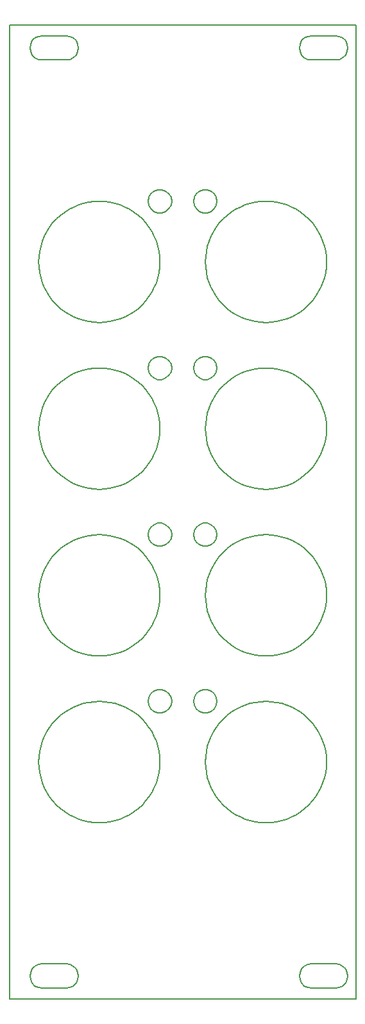
<source format=gbr>
G04 #@! TF.GenerationSoftware,KiCad,Pcbnew,5.0.2+dfsg1-1*
G04 #@! TF.CreationDate,2020-04-26T20:45:05+02:00*
G04 #@! TF.ProjectId,frontpanel,66726f6e-7470-4616-9e65-6c2e6b696361,rev?*
G04 #@! TF.SameCoordinates,Original*
G04 #@! TF.FileFunction,Profile,NP*
%FSLAX46Y46*%
G04 Gerber Fmt 4.6, Leading zero omitted, Abs format (unit mm)*
G04 Created by KiCad (PCBNEW 5.0.2+dfsg1-1) date Sun 26 Apr 2020 08:45:05 PM CEST*
%MOMM*%
%LPD*%
G01*
G04 APERTURE LIST*
%ADD10C,0.200000*%
G04 APERTURE END LIST*
D10*
X41377500Y-137493400D02*
X41110500Y-138138200D01*
X41587400Y-136827800D02*
X41377500Y-137493400D01*
X41738400Y-136146400D02*
X41587400Y-136827800D01*
X41829600Y-135454500D02*
X41738400Y-136146400D01*
X41860000Y-134757200D02*
X41829600Y-135454500D01*
X41829600Y-134060000D02*
X41860000Y-134757200D01*
X41738400Y-133368000D02*
X41829600Y-134060000D01*
X41587400Y-132686700D02*
X41738400Y-133368000D01*
X41377500Y-132021000D02*
X41587400Y-132686700D01*
X41110500Y-131376300D02*
X41377500Y-132021000D01*
X40788200Y-130757200D02*
X41110500Y-131376300D01*
X40413200Y-130168600D02*
X40788200Y-130757200D01*
X39988300Y-129614900D02*
X40413200Y-130168600D01*
X39516800Y-129100400D02*
X39988300Y-129614900D01*
X39002300Y-128628800D02*
X39516800Y-129100400D01*
X38448600Y-128204000D02*
X39002300Y-128628800D01*
X37860000Y-127829000D02*
X38448600Y-128204000D01*
X37240900Y-127506700D02*
X37860000Y-127829000D01*
X36596200Y-127239700D02*
X37240900Y-127506700D01*
X35930500Y-127029800D02*
X36596200Y-127239700D01*
X35249200Y-126878700D02*
X35930500Y-127029800D01*
X34557200Y-126787600D02*
X35249200Y-126878700D01*
X33860000Y-126757200D02*
X34557200Y-126787600D01*
X33162800Y-126787600D02*
X33860000Y-126757200D01*
X39365600Y-86029200D02*
X38919500Y-85801200D01*
X13249200Y-164635700D02*
X12557200Y-164726800D01*
X13930500Y-164484600D02*
X13249200Y-164635700D01*
X14596200Y-164274700D02*
X13930500Y-164484600D01*
X15240900Y-164007700D02*
X14596200Y-164274700D01*
X15860000Y-163685400D02*
X15240900Y-164007700D01*
X16448600Y-163310400D02*
X15860000Y-163685400D01*
X17002300Y-162885600D02*
X16448600Y-163310400D01*
X17516800Y-162414100D02*
X17002300Y-162885600D01*
X17988300Y-161899500D02*
X17516800Y-162414100D01*
X18413200Y-161345800D02*
X17988300Y-161899500D01*
X18788200Y-160757200D02*
X18413200Y-161345800D01*
X19110500Y-160138200D02*
X18788200Y-160757200D01*
X19377500Y-159493400D02*
X19110500Y-160138200D01*
X19587400Y-158827800D02*
X19377500Y-159493400D01*
X19738400Y-158146400D02*
X19587400Y-158827800D01*
X19829500Y-157454500D02*
X19738400Y-158146400D01*
X19860000Y-156757200D02*
X19829500Y-157454500D01*
X19829500Y-156060000D02*
X19860000Y-156757200D01*
X19738400Y-155368000D02*
X19829500Y-156060000D01*
X19587400Y-154686700D02*
X19738400Y-155368000D01*
X19377500Y-154021000D02*
X19587400Y-154686700D01*
X19110500Y-153376300D02*
X19377500Y-154021000D01*
X18788200Y-152757200D02*
X19110500Y-153376300D01*
X18413200Y-152168600D02*
X18788200Y-152757200D01*
X25085000Y-103415200D02*
X25590800Y-103231200D01*
X24672600Y-103761200D02*
X25085000Y-103415200D01*
X24403500Y-104227200D02*
X24672600Y-103761200D01*
X24310000Y-104757200D02*
X24403500Y-104227200D01*
X24403500Y-105287200D02*
X24310000Y-104757200D01*
X24672600Y-105753200D02*
X24403500Y-105287200D01*
X25085000Y-106099200D02*
X24672600Y-105753200D01*
X25590800Y-106283200D02*
X25085000Y-106099200D01*
X7500000Y-86107200D02*
X4299990Y-86107200D01*
X7994420Y-86029200D02*
X7500000Y-86107200D01*
X8440440Y-85801200D02*
X7994420Y-86029200D01*
X8794420Y-85447200D02*
X8440440Y-85801200D01*
X9021680Y-85001200D02*
X8794420Y-85447200D01*
X9099990Y-84507200D02*
X9021680Y-85001200D01*
X9021680Y-84013200D02*
X9099990Y-84507200D01*
X8794420Y-83567200D02*
X9021680Y-84013200D01*
X8440440Y-83213200D02*
X8794420Y-83567200D01*
X7994420Y-82985200D02*
X8440440Y-83213200D01*
X7500000Y-82907200D02*
X7994420Y-82985200D01*
X4299990Y-82907200D02*
X7500000Y-82907200D01*
X3805570Y-82985200D02*
X4299990Y-82907200D01*
X11162800Y-104787200D02*
X11860000Y-104757200D01*
X10470800Y-104879200D02*
X11162800Y-104787200D01*
X9789440Y-105030200D02*
X10470800Y-104879200D01*
X9123830Y-105239200D02*
X9789440Y-105030200D01*
X8479050Y-105507200D02*
X9123830Y-105239200D01*
X7859990Y-105829200D02*
X8479050Y-105507200D01*
X7271380Y-106204200D02*
X7859990Y-105829200D01*
X6717700Y-106629200D02*
X7271380Y-106204200D01*
X6203140Y-107100200D02*
X6717700Y-106629200D01*
X5731640Y-107615200D02*
X6203140Y-107100200D01*
X5306780Y-108168200D02*
X5731640Y-107615200D01*
X4931790Y-108757200D02*
X5306780Y-108168200D01*
X4609530Y-109376200D02*
X4931790Y-108757200D01*
X4342450Y-110021000D02*
X4609530Y-109376200D01*
X4132580Y-110686700D02*
X4342450Y-110021000D01*
X3981540Y-111368000D02*
X4132580Y-110686700D01*
X3890440Y-112060000D02*
X3981540Y-111368000D01*
X3859990Y-112757200D02*
X3890440Y-112060000D01*
X3890440Y-113454500D02*
X3859990Y-112757200D01*
X3981540Y-114146400D02*
X3890440Y-113454500D01*
X4132580Y-114827800D02*
X3981540Y-114146400D01*
X21047400Y-149753500D02*
X20635000Y-150099500D01*
X21316500Y-149287300D02*
X21047400Y-149753500D01*
X21410000Y-148757200D02*
X21316500Y-149287300D01*
X21316500Y-148227100D02*
X21410000Y-148757200D01*
X21047400Y-147760900D02*
X21316500Y-148227100D01*
X20635000Y-147414900D02*
X21047400Y-147760900D01*
X20129200Y-147230800D02*
X20635000Y-147414900D01*
X19590800Y-147230800D02*
X20129200Y-147230800D01*
X19085000Y-147414900D02*
X19590800Y-147230800D01*
X18672600Y-147760900D02*
X19085000Y-147414900D01*
X18403500Y-148227100D02*
X18672600Y-147760900D01*
X18310000Y-148757200D02*
X18403500Y-148227100D01*
X18403500Y-149287300D02*
X18310000Y-148757200D01*
X18672600Y-149753500D02*
X18403500Y-149287300D01*
X19085000Y-150099500D02*
X18672600Y-149753500D01*
X19590800Y-150283700D02*
X19085000Y-150099500D01*
X26129200Y-150283700D02*
X25590800Y-150283700D01*
X26635000Y-150099500D02*
X26129200Y-150283700D01*
X27047400Y-149753500D02*
X26635000Y-150099500D01*
X27316500Y-149287300D02*
X27047400Y-149753500D01*
X27410000Y-148757200D02*
X27316500Y-149287300D01*
X27316500Y-148227100D02*
X27410000Y-148757200D01*
X27047400Y-147760900D02*
X27316500Y-148227100D01*
X26635000Y-147414900D02*
X27047400Y-147760900D01*
X26342500Y-154021000D02*
X26609500Y-153376300D01*
X26132600Y-154686700D02*
X26342500Y-154021000D01*
X25981500Y-155368000D02*
X26132600Y-154686700D01*
X25890400Y-156060000D02*
X25981500Y-155368000D01*
X25860000Y-156757200D02*
X25890400Y-156060000D01*
X25890400Y-157454500D02*
X25860000Y-156757200D01*
X25981500Y-158146400D02*
X25890400Y-157454500D01*
X26132600Y-158827800D02*
X25981500Y-158146400D01*
X26342500Y-159493400D02*
X26132600Y-158827800D01*
X26609500Y-160138200D02*
X26342500Y-159493400D01*
X26931800Y-160757200D02*
X26609500Y-160138200D01*
X27306800Y-161345800D02*
X26931800Y-160757200D01*
X27731600Y-161899500D02*
X27306800Y-161345800D01*
X28203100Y-162414100D02*
X27731600Y-161899500D01*
X28717700Y-162885600D02*
X28203100Y-162414100D01*
X29271400Y-163310400D02*
X28717700Y-162885600D01*
X29860000Y-163685400D02*
X29271400Y-163310400D01*
X30479000Y-164007700D02*
X29860000Y-163685400D01*
X31123800Y-164274700D02*
X30479000Y-164007700D01*
X31789400Y-164484600D02*
X31123800Y-164274700D01*
X32470800Y-164635700D02*
X31789400Y-164484600D01*
X33162800Y-164726800D02*
X32470800Y-164635700D01*
X11860000Y-164757200D02*
X11162800Y-164726800D01*
X12557200Y-164726800D02*
X11860000Y-164757200D01*
X19738400Y-114146400D02*
X19587400Y-114827800D01*
X19829500Y-113454500D02*
X19738400Y-114146400D01*
X19860000Y-112757200D02*
X19829500Y-113454500D01*
X19829500Y-112060000D02*
X19860000Y-112757200D01*
X19738400Y-111368000D02*
X19829500Y-112060000D01*
X19587400Y-110686700D02*
X19738400Y-111368000D01*
X19377500Y-110021000D02*
X19587400Y-110686700D01*
X19110500Y-109376200D02*
X19377500Y-110021000D01*
X18788200Y-108757200D02*
X19110500Y-109376200D01*
X18413200Y-108168200D02*
X18788200Y-108757200D01*
X17988300Y-107615200D02*
X18413200Y-108168200D01*
X17516800Y-107100200D02*
X17988300Y-107615200D01*
X17002300Y-106629200D02*
X17516800Y-107100200D01*
X16448600Y-106204200D02*
X17002300Y-106629200D01*
X15860000Y-105829200D02*
X16448600Y-106204200D01*
X15240900Y-105507200D02*
X15860000Y-105829200D01*
X14596200Y-105239200D02*
X15240900Y-105507200D01*
X13930500Y-105030200D02*
X14596200Y-105239200D01*
X13249200Y-104879200D02*
X13930500Y-105030200D01*
X12557200Y-104787200D02*
X13249200Y-104879200D01*
X11860000Y-104757200D02*
X12557200Y-104787200D01*
X38565600Y-85447200D02*
X38338300Y-85001200D01*
X38338300Y-85001200D02*
X38260000Y-84507200D01*
X39365600Y-82985200D02*
X39860000Y-82907200D01*
X38919500Y-83213200D02*
X39365600Y-82985200D01*
X38565600Y-83567200D02*
X38919500Y-83213200D01*
X38338300Y-84013200D02*
X38565600Y-83567200D01*
X4342450Y-115493400D02*
X4132580Y-114827800D01*
X4609530Y-116138200D02*
X4342450Y-115493400D01*
X4931790Y-116757200D02*
X4609530Y-116138200D01*
X5306780Y-117345800D02*
X4931790Y-116757200D01*
X5731640Y-117899500D02*
X5306780Y-117345800D01*
X6203140Y-118414100D02*
X5731640Y-117899500D01*
X6717700Y-118885600D02*
X6203140Y-118414100D01*
X7271380Y-119310400D02*
X6717700Y-118885600D01*
X7859990Y-119685400D02*
X7271380Y-119310400D01*
X8479050Y-120007700D02*
X7859990Y-119685400D01*
X9123830Y-120274700D02*
X8479050Y-120007700D01*
X9789440Y-120484600D02*
X9123830Y-120274700D01*
X10470800Y-120635700D02*
X9789440Y-120484600D01*
X11162800Y-120726800D02*
X10470800Y-120635700D01*
X20129200Y-106283200D02*
X19590800Y-106283200D01*
X20635000Y-106099200D02*
X20129200Y-106283200D01*
X21047400Y-105753200D02*
X20635000Y-106099200D01*
X21316500Y-105287200D02*
X21047400Y-105753200D01*
X21410000Y-104757200D02*
X21316500Y-105287200D01*
X21316500Y-104227200D02*
X21410000Y-104757200D01*
X21047400Y-103761200D02*
X21316500Y-104227200D01*
X35249200Y-164635700D02*
X34557200Y-164726800D01*
X35930500Y-164484600D02*
X35249200Y-164635700D01*
X36596200Y-164274700D02*
X35930500Y-164484600D01*
X37240900Y-164007700D02*
X36596200Y-164274700D01*
X37860000Y-163685400D02*
X37240900Y-164007700D01*
X38448600Y-163310400D02*
X37860000Y-163685400D01*
X39002300Y-162885600D02*
X38448600Y-163310400D01*
X39516800Y-162414100D02*
X39002300Y-162885600D01*
X39988300Y-161899500D02*
X39516800Y-162414100D01*
X40413200Y-161345800D02*
X39988300Y-161899500D01*
X40788200Y-160757200D02*
X40413200Y-161345800D01*
X41110500Y-160138200D02*
X40788200Y-160757200D01*
X41377500Y-159493400D02*
X41110500Y-160138200D01*
X41587400Y-158827800D02*
X41377500Y-159493400D01*
X41738400Y-158146400D02*
X41587400Y-158827800D01*
X41829600Y-157454500D02*
X41738400Y-158146400D01*
X41860000Y-156757200D02*
X41829600Y-157454500D01*
X41829600Y-156060000D02*
X41860000Y-156757200D01*
X41738400Y-155368000D02*
X41829600Y-156060000D01*
X41587400Y-154686700D02*
X41738400Y-155368000D01*
X41377500Y-154021000D02*
X41587400Y-154686700D01*
X41110500Y-153376300D02*
X41377500Y-154021000D01*
X40788200Y-152757200D02*
X41110500Y-153376300D01*
X40413200Y-152168600D02*
X40788200Y-152757200D01*
X3359540Y-83213200D02*
X3805570Y-82985200D01*
X3005570Y-83567200D02*
X3359540Y-83213200D01*
X2778310Y-84013200D02*
X3005570Y-83567200D01*
X2700000Y-84507200D02*
X2778310Y-84013200D01*
X2778310Y-85001200D02*
X2700000Y-84507200D01*
X3005570Y-85447200D02*
X2778310Y-85001200D01*
X3359540Y-85801200D02*
X3005570Y-85447200D01*
X3805570Y-86029200D02*
X3359540Y-85801200D01*
X4299990Y-86107200D02*
X3805570Y-86029200D01*
X43060000Y-86107200D02*
X39860000Y-86107200D01*
X43554400Y-86029200D02*
X43060000Y-86107200D01*
X44000500Y-85801200D02*
X43554400Y-86029200D01*
X44354400Y-85447200D02*
X44000500Y-85801200D01*
X44581700Y-85001200D02*
X44354400Y-85447200D01*
X43060000Y-82907200D02*
X43554400Y-82985200D01*
X39860000Y-82907200D02*
X43060000Y-82907200D01*
X30479000Y-120007700D02*
X29860000Y-119685400D01*
X31123800Y-120274700D02*
X30479000Y-120007700D01*
X31789400Y-120484600D02*
X31123800Y-120274700D01*
X32470800Y-120635700D02*
X31789400Y-120484600D01*
X33162800Y-120726800D02*
X32470800Y-120635700D01*
X11860000Y-120757200D02*
X11162800Y-120726800D01*
X12557200Y-120726800D02*
X11860000Y-120757200D01*
X13249200Y-120635700D02*
X12557200Y-120726800D01*
X13930500Y-120484600D02*
X13249200Y-120635700D01*
X14596200Y-120274700D02*
X13930500Y-120484600D01*
X15240900Y-120007700D02*
X14596200Y-120274700D01*
X15860000Y-119685400D02*
X15240900Y-120007700D01*
X16448600Y-119310400D02*
X15860000Y-119685400D01*
X17002300Y-118885600D02*
X16448600Y-119310400D01*
X17516800Y-118414100D02*
X17002300Y-118885600D01*
X17988300Y-117899500D02*
X17516800Y-118414100D01*
X18413200Y-117345800D02*
X17988300Y-117899500D01*
X18788200Y-116757200D02*
X18413200Y-117345800D01*
X19110500Y-116138200D02*
X18788200Y-116757200D01*
X19377500Y-115493400D02*
X19110500Y-116138200D01*
X19587400Y-114827800D02*
X19377500Y-115493400D01*
X38260000Y-84507200D02*
X38338300Y-84013200D01*
X44660000Y-84507200D02*
X44581700Y-85001200D01*
X44581700Y-84013200D02*
X44660000Y-84507200D01*
X44354400Y-83567200D02*
X44581700Y-84013200D01*
X44000500Y-83213200D02*
X44354400Y-83567200D01*
X43554400Y-82985200D02*
X44000500Y-83213200D01*
X39988300Y-151614900D02*
X40413200Y-152168600D01*
X39516800Y-151100400D02*
X39988300Y-151614900D01*
X39002300Y-150628800D02*
X39516800Y-151100400D01*
X38448600Y-150204000D02*
X39002300Y-150628800D01*
X37860000Y-149829000D02*
X38448600Y-150204000D01*
X37240900Y-149506700D02*
X37860000Y-149829000D01*
X36596200Y-149239700D02*
X37240900Y-149506700D01*
X35930500Y-149029800D02*
X36596200Y-149239700D01*
X35249200Y-148878700D02*
X35930500Y-149029800D01*
X34557200Y-148787600D02*
X35249200Y-148878700D01*
X33860000Y-148757200D02*
X34557200Y-148787600D01*
X33162800Y-148787600D02*
X33860000Y-148757200D01*
X32470800Y-148878700D02*
X33162800Y-148787600D01*
X31789400Y-149029800D02*
X32470800Y-148878700D01*
X31123800Y-149239700D02*
X31789400Y-149029800D01*
X30479000Y-149506700D02*
X31123800Y-149239700D01*
X29860000Y-149829000D02*
X30479000Y-149506700D01*
X29271400Y-150204000D02*
X29860000Y-149829000D01*
X28717700Y-150628800D02*
X29271400Y-150204000D01*
X28203100Y-151100400D02*
X28717700Y-150628800D01*
X27731600Y-151614900D02*
X28203100Y-151100400D01*
X27306800Y-152168600D02*
X27731600Y-151614900D01*
X26931800Y-152757200D02*
X27306800Y-152168600D01*
X26609500Y-153376300D02*
X26931800Y-152757200D01*
X4342450Y-154021000D02*
X4609530Y-153376300D01*
X4132580Y-154686700D02*
X4342450Y-154021000D01*
X3981540Y-155368000D02*
X4132580Y-154686700D01*
X3890440Y-156060000D02*
X3981540Y-155368000D01*
X3859990Y-156757200D02*
X3890440Y-156060000D01*
X3890440Y-157454500D02*
X3859990Y-156757200D01*
X3981540Y-158146400D02*
X3890440Y-157454500D01*
X4132580Y-158827800D02*
X3981540Y-158146400D01*
X4342450Y-159493400D02*
X4132580Y-158827800D01*
X4609530Y-160138200D02*
X4342450Y-159493400D01*
X4931790Y-160757200D02*
X4609530Y-160138200D01*
X5306780Y-161345800D02*
X4931790Y-160757200D01*
X5731640Y-161899500D02*
X5306780Y-161345800D01*
X6203140Y-162414100D02*
X5731640Y-161899500D01*
X6717700Y-162885600D02*
X6203140Y-162414100D01*
X7271380Y-163310400D02*
X6717700Y-162885600D01*
X7859990Y-163685400D02*
X7271380Y-163310400D01*
X8479050Y-164007700D02*
X7859990Y-163685400D01*
X9123830Y-164274700D02*
X8479050Y-164007700D01*
X9789440Y-164484600D02*
X9123830Y-164274700D01*
X10470800Y-164635700D02*
X9789440Y-164484600D01*
X11162800Y-164726800D02*
X10470800Y-164635700D01*
X20129200Y-150283700D02*
X19590800Y-150283700D01*
X20635000Y-150099500D02*
X20129200Y-150283700D01*
X17988300Y-151614900D02*
X18413200Y-152168600D01*
X17516800Y-151100400D02*
X17988300Y-151614900D01*
X17002300Y-150628800D02*
X17516800Y-151100400D01*
X16448600Y-150204000D02*
X17002300Y-150628800D01*
X15860000Y-149829000D02*
X16448600Y-150204000D01*
X15240900Y-149506700D02*
X15860000Y-149829000D01*
X14596200Y-149239700D02*
X15240900Y-149506700D01*
X13930500Y-149029800D02*
X14596200Y-149239700D01*
X13249200Y-148878700D02*
X13930500Y-149029800D01*
X12557200Y-148787600D02*
X13249200Y-148878700D01*
X11860000Y-148757200D02*
X12557200Y-148787600D01*
X11162800Y-148787600D02*
X11860000Y-148757200D01*
X10470800Y-148878700D02*
X11162800Y-148787600D01*
X9789440Y-149029800D02*
X10470800Y-148878700D01*
X9123830Y-149239700D02*
X9789440Y-149029800D01*
X8479050Y-149506700D02*
X9123830Y-149239700D01*
X7859990Y-149829000D02*
X8479050Y-149506700D01*
X7271380Y-150204000D02*
X7859990Y-149829000D01*
X6717700Y-150628800D02*
X7271380Y-150204000D01*
X6203140Y-151100400D02*
X6717700Y-150628800D01*
X5731640Y-151614900D02*
X6203140Y-151100400D01*
X5306780Y-152168600D02*
X5731640Y-151614900D01*
X4931790Y-152757200D02*
X5306780Y-152168600D01*
X4609530Y-153376300D02*
X4931790Y-152757200D01*
X38338300Y-206512780D02*
X38565600Y-206066760D01*
X38260000Y-207007200D02*
X38338300Y-206512780D01*
X38338300Y-207501630D02*
X38260000Y-207007200D01*
X38565600Y-207947660D02*
X38338300Y-207501630D01*
X38919500Y-208301630D02*
X38565600Y-207947660D01*
X39365600Y-208528900D02*
X38919500Y-208301630D01*
X39860000Y-208607210D02*
X39365600Y-208528900D01*
X33860000Y-186757200D02*
X33162800Y-186726800D01*
X34557200Y-186726800D02*
X33860000Y-186757200D01*
X35249200Y-186635700D02*
X34557200Y-186726800D01*
X35930500Y-186484600D02*
X35249200Y-186635700D01*
X36596200Y-186274700D02*
X35930500Y-186484600D01*
X37240900Y-186007700D02*
X36596200Y-186274700D01*
X37860000Y-185685400D02*
X37240900Y-186007700D01*
X38448600Y-185310400D02*
X37860000Y-185685400D01*
X39002300Y-184885600D02*
X38448600Y-185310400D01*
X39516800Y-184414100D02*
X39002300Y-184885600D01*
X39988300Y-183899500D02*
X39516800Y-184414100D01*
X40413200Y-183345800D02*
X39988300Y-183899500D01*
X40788200Y-182757200D02*
X40413200Y-183345800D01*
X41110500Y-182138200D02*
X40788200Y-182757200D01*
X41377500Y-181493400D02*
X41110500Y-182138200D01*
X41587400Y-180827800D02*
X41377500Y-181493400D01*
X41738400Y-180146400D02*
X41587400Y-180827800D01*
X41829600Y-179454500D02*
X41738400Y-180146400D01*
X19738400Y-177368000D02*
X19829500Y-178060000D01*
X19587400Y-176686700D02*
X19738400Y-177368000D01*
X19377500Y-176021000D02*
X19587400Y-176686700D01*
X19110500Y-175376300D02*
X19377500Y-176021000D01*
X18788200Y-174757200D02*
X19110500Y-175376300D01*
X18413200Y-174168600D02*
X18788200Y-174757200D01*
X17988300Y-173614900D02*
X18413200Y-174168600D01*
X17516800Y-173100400D02*
X17988300Y-173614900D01*
X17002300Y-172628800D02*
X17516800Y-173100400D01*
X16448600Y-172204000D02*
X17002300Y-172628800D01*
X15860000Y-171829000D02*
X16448600Y-172204000D01*
X15240900Y-171506700D02*
X15860000Y-171829000D01*
X14596200Y-171239700D02*
X15240900Y-171506700D01*
X13930500Y-171029800D02*
X14596200Y-171239700D01*
X13249200Y-170878700D02*
X13930500Y-171029800D01*
X12557200Y-170787600D02*
X13249200Y-170878700D01*
X11860000Y-170757200D02*
X12557200Y-170787600D01*
X11162800Y-170787600D02*
X11860000Y-170757200D01*
X10470800Y-170878700D02*
X11162800Y-170787600D01*
X9789440Y-171029800D02*
X10470800Y-170878700D01*
X9123830Y-171239700D02*
X9789440Y-171029800D01*
X8479050Y-171506700D02*
X9123830Y-171239700D01*
X7859990Y-171829000D02*
X8479050Y-171506700D01*
X7271380Y-172204000D02*
X7859990Y-171829000D01*
X21047400Y-171753500D02*
X20635000Y-172099500D01*
X21316500Y-171287300D02*
X21047400Y-171753500D01*
X21410000Y-170757200D02*
X21316500Y-171287300D01*
X21316500Y-170227100D02*
X21410000Y-170757200D01*
X21047400Y-169760900D02*
X21316500Y-170227100D01*
X20635000Y-169414900D02*
X21047400Y-169760900D01*
X20129200Y-169230800D02*
X20635000Y-169414900D01*
X19590800Y-169230800D02*
X20129200Y-169230800D01*
X19085000Y-169414900D02*
X19590800Y-169230800D01*
X18672600Y-169760900D02*
X19085000Y-169414900D01*
X18403500Y-170227100D02*
X18672600Y-169760900D01*
X18310000Y-170757200D02*
X18403500Y-170227100D01*
X18403500Y-171287300D02*
X18310000Y-170757200D01*
X18672600Y-171753500D02*
X18403500Y-171287300D01*
X19085000Y-172099500D02*
X18672600Y-171753500D01*
X19590800Y-172283700D02*
X19085000Y-172099500D01*
X33860000Y-164757200D02*
X33162800Y-164726800D01*
X34557200Y-164726800D02*
X33860000Y-164757200D01*
X0Y-210007200D02*
X45720000Y-210007200D01*
X38919500Y-85801200D02*
X38565600Y-85447200D01*
X28717700Y-106629200D02*
X29271400Y-106204200D01*
X28203100Y-107100200D02*
X28717700Y-106629200D01*
X27731600Y-107615200D02*
X28203100Y-107100200D01*
X27306800Y-108168200D02*
X27731600Y-107615200D01*
X26931800Y-108757200D02*
X27306800Y-108168200D01*
X26609500Y-109376200D02*
X26931800Y-108757200D01*
X26342500Y-110021000D02*
X26609500Y-109376200D01*
X26132600Y-110686700D02*
X26342500Y-110021000D01*
X25981500Y-111368000D02*
X26132600Y-110686700D01*
X25890400Y-112060000D02*
X25981500Y-111368000D01*
X25860000Y-112757200D02*
X25890400Y-112060000D01*
X25890400Y-113454500D02*
X25860000Y-112757200D01*
X25981500Y-114146400D02*
X25890400Y-113454500D01*
X26132600Y-114827800D02*
X25981500Y-114146400D01*
X26342500Y-115493400D02*
X26132600Y-114827800D01*
X26609500Y-116138200D02*
X26342500Y-115493400D01*
X26931800Y-116757200D02*
X26609500Y-116138200D01*
X27306800Y-117345800D02*
X26931800Y-116757200D01*
X27731600Y-117899500D02*
X27306800Y-117345800D01*
X28203100Y-118414100D02*
X27731600Y-117899500D01*
X28717700Y-118885600D02*
X28203100Y-118414100D01*
X29271400Y-119310400D02*
X28717700Y-118885600D01*
X29860000Y-119685400D02*
X29271400Y-119310400D01*
X39860000Y-86107200D02*
X39365600Y-86029200D01*
X5731640Y-139899500D02*
X5306780Y-139345800D01*
X6203140Y-140414100D02*
X5731640Y-139899500D01*
X6717700Y-140885600D02*
X6203140Y-140414100D01*
X7271380Y-141310400D02*
X6717700Y-140885600D01*
X7859990Y-141685400D02*
X7271380Y-141310400D01*
X8479050Y-142007700D02*
X7859990Y-141685400D01*
X9123830Y-142274700D02*
X8479050Y-142007700D01*
X9789440Y-142484600D02*
X9123830Y-142274700D01*
X10470800Y-142635700D02*
X9789440Y-142484600D01*
X11162800Y-142726800D02*
X10470800Y-142635700D01*
X33860000Y-142757200D02*
X33162800Y-142726800D01*
X34557200Y-142726800D02*
X33860000Y-142757200D01*
X35249200Y-142635700D02*
X34557200Y-142726800D01*
X35930500Y-142484600D02*
X35249200Y-142635700D01*
X36596200Y-142274700D02*
X35930500Y-142484600D01*
X37240900Y-142007700D02*
X36596200Y-142274700D01*
X37860000Y-141685400D02*
X37240900Y-142007700D01*
X38448600Y-141310400D02*
X37860000Y-141685400D01*
X39002300Y-140885600D02*
X38448600Y-141310400D01*
X39516800Y-140414100D02*
X39002300Y-140885600D01*
X39988300Y-139899500D02*
X39516800Y-140414100D01*
X40413200Y-139345800D02*
X39988300Y-139899500D01*
X40788200Y-138757200D02*
X40413200Y-139345800D01*
X41110500Y-138138200D02*
X40788200Y-138757200D01*
X27731600Y-139899500D02*
X27306800Y-139345800D01*
X28203100Y-140414100D02*
X27731600Y-139899500D01*
X28717700Y-140885600D02*
X28203100Y-140414100D01*
X29271400Y-141310400D02*
X28717700Y-140885600D01*
X29860000Y-141685400D02*
X29271400Y-141310400D01*
X30479000Y-142007700D02*
X29860000Y-141685400D01*
X31123800Y-142274700D02*
X30479000Y-142007700D01*
X31789400Y-142484600D02*
X31123800Y-142274700D01*
X32470800Y-142635700D02*
X31789400Y-142484600D01*
X33162800Y-142726800D02*
X32470800Y-142635700D01*
X26129200Y-128283700D02*
X25590800Y-128283700D01*
X26635000Y-128099500D02*
X26129200Y-128283700D01*
X27047400Y-127753500D02*
X26635000Y-128099500D01*
X27316500Y-127287300D02*
X27047400Y-127753500D01*
X27410000Y-126757200D02*
X27316500Y-127287300D01*
X27316500Y-126227100D02*
X27410000Y-126757200D01*
X27047400Y-125760900D02*
X27316500Y-126227100D01*
X26635000Y-125414900D02*
X27047400Y-125760900D01*
X26129200Y-125230800D02*
X26635000Y-125414900D01*
X25590800Y-125230800D02*
X26129200Y-125230800D01*
X25085000Y-125414900D02*
X25590800Y-125230800D01*
X24672600Y-125760900D02*
X25085000Y-125414900D01*
X24403500Y-126227100D02*
X24672600Y-125760900D01*
X24310000Y-126757200D02*
X24403500Y-126227100D01*
X24403500Y-127287300D02*
X24310000Y-126757200D01*
X24672600Y-127753500D02*
X24403500Y-127287300D01*
X25085000Y-128099500D02*
X24672600Y-127753500D01*
X25590800Y-128283700D02*
X25085000Y-128099500D01*
X20129200Y-128283700D02*
X19590800Y-128283700D01*
X20635000Y-128099500D02*
X20129200Y-128283700D01*
X21047400Y-127753500D02*
X20635000Y-128099500D01*
X21316500Y-127287300D02*
X21047400Y-127753500D01*
X21410000Y-126757200D02*
X21316500Y-127287300D01*
X21316500Y-126227100D02*
X21410000Y-126757200D01*
X21047400Y-125760900D02*
X21316500Y-126227100D01*
X20635000Y-125414900D02*
X21047400Y-125760900D01*
X20129200Y-125230800D02*
X20635000Y-125414900D01*
X19590800Y-125230800D02*
X20129200Y-125230800D01*
X19085000Y-125414900D02*
X19590800Y-125230800D01*
X18672600Y-125760900D02*
X19085000Y-125414900D01*
X18403500Y-126227100D02*
X18672600Y-125760900D01*
X18310000Y-126757200D02*
X18403500Y-126227100D01*
X18403500Y-127287300D02*
X18310000Y-126757200D01*
X18672600Y-127753500D02*
X18403500Y-127287300D01*
X19085000Y-128099500D02*
X18672600Y-127753500D01*
X19590800Y-128283700D02*
X19085000Y-128099500D01*
X20635000Y-103415200D02*
X21047400Y-103761200D01*
X20129200Y-103231200D02*
X20635000Y-103415200D01*
X19590800Y-103231200D02*
X20129200Y-103231200D01*
X19085000Y-103415200D02*
X19590800Y-103231200D01*
X18672600Y-103761200D02*
X19085000Y-103415200D01*
X18403500Y-104227200D02*
X18672600Y-103761200D01*
X18310000Y-104757200D02*
X18403500Y-104227200D01*
X18403500Y-105287200D02*
X18310000Y-104757200D01*
X18672600Y-105753200D02*
X18403500Y-105287200D01*
X19085000Y-106099200D02*
X18672600Y-105753200D01*
X19590800Y-106283200D02*
X19085000Y-106099200D01*
X26129200Y-106283200D02*
X25590800Y-106283200D01*
X26635000Y-106099200D02*
X26129200Y-106283200D01*
X27047400Y-105753200D02*
X26635000Y-106099200D01*
X27316500Y-105287200D02*
X27047400Y-105753200D01*
X27410000Y-104757200D02*
X27316500Y-105287200D01*
X27316500Y-104227200D02*
X27410000Y-104757200D01*
X27047400Y-103761200D02*
X27316500Y-104227200D01*
X26635000Y-103415200D02*
X27047400Y-103761200D01*
X26129200Y-103231200D02*
X26635000Y-103415200D01*
X25590800Y-103231200D02*
X26129200Y-103231200D01*
X41860000Y-178757200D02*
X41829600Y-179454500D01*
X41829600Y-178060000D02*
X41860000Y-178757200D01*
X41738400Y-177368000D02*
X41829600Y-178060000D01*
X41587400Y-176686700D02*
X41738400Y-177368000D01*
X41377500Y-176021000D02*
X41587400Y-176686700D01*
X41110500Y-175376300D02*
X41377500Y-176021000D01*
X40788200Y-174757200D02*
X41110500Y-175376300D01*
X40413200Y-174168600D02*
X40788200Y-174757200D01*
X39988300Y-173614900D02*
X40413200Y-174168600D01*
X39516800Y-173100400D02*
X39988300Y-173614900D01*
X39002300Y-172628800D02*
X39516800Y-173100400D01*
X38448600Y-172204000D02*
X39002300Y-172628800D01*
X37860000Y-171829000D02*
X38448600Y-172204000D01*
X37240900Y-171506700D02*
X37860000Y-171829000D01*
X36596200Y-171239700D02*
X37240900Y-171506700D01*
X35930500Y-171029800D02*
X36596200Y-171239700D01*
X35249200Y-170878700D02*
X35930500Y-171029800D01*
X34557200Y-170787600D02*
X35249200Y-170878700D01*
X33860000Y-170757200D02*
X34557200Y-170787600D01*
X33162800Y-170787600D02*
X33860000Y-170757200D01*
X32470800Y-170878700D02*
X33162800Y-170787600D01*
X31789400Y-171029800D02*
X32470800Y-170878700D01*
X31123800Y-171239700D02*
X31789400Y-171029800D01*
X30479000Y-171506700D02*
X31123800Y-171239700D01*
X29860000Y-171829000D02*
X30479000Y-171506700D01*
X0Y-81507200D02*
X0Y-210007200D01*
X6717700Y-172628800D02*
X7271380Y-172204000D01*
X6203140Y-173100400D02*
X6717700Y-172628800D01*
X5731640Y-173614900D02*
X6203140Y-173100400D01*
X5306780Y-174168600D02*
X5731640Y-173614900D01*
X4931790Y-174757200D02*
X5306780Y-174168600D01*
X4609530Y-175376300D02*
X4931790Y-174757200D01*
X4342450Y-176021000D02*
X4609530Y-175376300D01*
X4132580Y-176686700D02*
X4342450Y-176021000D01*
X3981540Y-177368000D02*
X4132580Y-176686700D01*
X3890440Y-178060000D02*
X3981540Y-177368000D01*
X3859990Y-178757200D02*
X3890440Y-178060000D01*
X3890440Y-179454500D02*
X3859990Y-178757200D01*
X3981540Y-180146400D02*
X3890440Y-179454500D01*
X4132580Y-180827800D02*
X3981540Y-180146400D01*
X4342450Y-181493400D02*
X4132580Y-180827800D01*
X4609530Y-182138200D02*
X4342450Y-181493400D01*
X4931790Y-182757200D02*
X4609530Y-182138200D01*
X5306780Y-183345800D02*
X4931790Y-182757200D01*
X5731640Y-183899500D02*
X5306780Y-183345800D01*
X6203140Y-184414100D02*
X5731640Y-183899500D01*
X6717700Y-184885600D02*
X6203140Y-184414100D01*
X7271380Y-185310400D02*
X6717700Y-184885600D01*
X7859990Y-185685400D02*
X7271380Y-185310400D01*
X8479050Y-186007700D02*
X7859990Y-185685400D01*
X26129200Y-147230800D02*
X26635000Y-147414900D01*
X25590800Y-147230800D02*
X26129200Y-147230800D01*
X25085000Y-147414900D02*
X25590800Y-147230800D01*
X24672600Y-147760900D02*
X25085000Y-147414900D01*
X24403500Y-148227100D02*
X24672600Y-147760900D01*
X24310000Y-148757200D02*
X24403500Y-148227100D01*
X24403500Y-149287300D02*
X24310000Y-148757200D01*
X24672600Y-149753500D02*
X24403500Y-149287300D01*
X25085000Y-150099500D02*
X24672600Y-149753500D01*
X25590800Y-150283700D02*
X25085000Y-150099500D01*
X11860000Y-142757200D02*
X11162800Y-142726800D01*
X12557200Y-142726800D02*
X11860000Y-142757200D01*
X13249200Y-142635700D02*
X12557200Y-142726800D01*
X13930500Y-142484600D02*
X13249200Y-142635700D01*
X14596200Y-142274700D02*
X13930500Y-142484600D01*
X15240900Y-142007700D02*
X14596200Y-142274700D01*
X15860000Y-141685400D02*
X15240900Y-142007700D01*
X16448600Y-141310400D02*
X15860000Y-141685400D01*
X17002300Y-140885600D02*
X16448600Y-141310400D01*
X17516800Y-140414100D02*
X17002300Y-140885600D01*
X17988300Y-139899500D02*
X17516800Y-140414100D01*
X18413200Y-139345800D02*
X17988300Y-139899500D01*
X18788200Y-138757200D02*
X18413200Y-139345800D01*
X19110500Y-138138200D02*
X18788200Y-138757200D01*
X33860000Y-120757200D02*
X33162800Y-120726800D01*
X34557200Y-120726800D02*
X33860000Y-120757200D01*
X35249200Y-120635700D02*
X34557200Y-120726800D01*
X35930500Y-120484600D02*
X35249200Y-120635700D01*
X36596200Y-120274700D02*
X35930500Y-120484600D01*
X37240900Y-120007700D02*
X36596200Y-120274700D01*
X37860000Y-119685400D02*
X37240900Y-120007700D01*
X38448600Y-119310400D02*
X37860000Y-119685400D01*
X39002300Y-118885600D02*
X38448600Y-119310400D01*
X39516800Y-118414100D02*
X39002300Y-118885600D01*
X39988300Y-117899500D02*
X39516800Y-118414100D01*
X40413200Y-117345800D02*
X39988300Y-117899500D01*
X40788200Y-116757200D02*
X40413200Y-117345800D01*
X41110500Y-116138200D02*
X40788200Y-116757200D01*
X41377500Y-115493400D02*
X41110500Y-116138200D01*
X41587400Y-114827800D02*
X41377500Y-115493400D01*
X41738400Y-114146400D02*
X41587400Y-114827800D01*
X41829600Y-113454500D02*
X41738400Y-114146400D01*
X41860000Y-112757200D02*
X41829600Y-113454500D01*
X41829600Y-112060000D02*
X41860000Y-112757200D01*
X3805570Y-205485520D02*
X4299990Y-205407210D01*
X3359540Y-205712780D02*
X3805570Y-205485520D01*
X3005570Y-206066760D02*
X3359540Y-205712780D01*
X2778310Y-206512780D02*
X3005570Y-206066760D01*
X2700000Y-207007200D02*
X2778310Y-206512780D01*
X2778310Y-207501630D02*
X2700000Y-207007200D01*
X3005570Y-207947660D02*
X2778310Y-207501630D01*
X3359540Y-208301630D02*
X3005570Y-207947660D01*
X3805570Y-208528900D02*
X3359540Y-208301630D01*
X4299990Y-208607210D02*
X3805570Y-208528900D01*
X43060000Y-208607210D02*
X39860000Y-208607210D01*
X43554400Y-208528900D02*
X43060000Y-208607210D01*
X44000500Y-208301630D02*
X43554400Y-208528900D01*
X44354400Y-207947660D02*
X44000500Y-208301630D01*
X44581700Y-207501630D02*
X44354400Y-207947660D01*
X44660000Y-207007200D02*
X44581700Y-207501630D01*
X44581700Y-206512780D02*
X44660000Y-207007200D01*
X44354400Y-206066760D02*
X44581700Y-206512780D01*
X44000500Y-205712780D02*
X44354400Y-206066760D01*
X43554400Y-205485520D02*
X44000500Y-205712780D01*
X43060000Y-205407210D02*
X43554400Y-205485520D01*
X39860000Y-205407210D02*
X43060000Y-205407210D01*
X39365600Y-205485520D02*
X39860000Y-205407210D01*
X38919500Y-205712780D02*
X39365600Y-205485520D01*
X38565600Y-206066760D02*
X38919500Y-205712780D01*
X19377500Y-137493400D02*
X19110500Y-138138200D01*
X19587400Y-136827800D02*
X19377500Y-137493400D01*
X19738400Y-136146400D02*
X19587400Y-136827800D01*
X19829500Y-135454500D02*
X19738400Y-136146400D01*
X19860000Y-134757200D02*
X19829500Y-135454500D01*
X19829500Y-134060000D02*
X19860000Y-134757200D01*
X19738400Y-133368000D02*
X19829500Y-134060000D01*
X19587400Y-132686700D02*
X19738400Y-133368000D01*
X19377500Y-132021000D02*
X19587400Y-132686700D01*
X19110500Y-131376300D02*
X19377500Y-132021000D01*
X18788200Y-130757200D02*
X19110500Y-131376300D01*
X18413200Y-130168600D02*
X18788200Y-130757200D01*
X17988300Y-129614900D02*
X18413200Y-130168600D01*
X17516800Y-129100400D02*
X17988300Y-129614900D01*
X17002300Y-128628800D02*
X17516800Y-129100400D01*
X16448600Y-128204000D02*
X17002300Y-128628800D01*
X15860000Y-127829000D02*
X16448600Y-128204000D01*
X15240900Y-127506700D02*
X15860000Y-127829000D01*
X14596200Y-127239700D02*
X15240900Y-127506700D01*
X13930500Y-127029800D02*
X14596200Y-127239700D01*
X13249200Y-126878700D02*
X13930500Y-127029800D01*
X12557200Y-126787600D02*
X13249200Y-126878700D01*
X11860000Y-126757200D02*
X12557200Y-126787600D01*
X11162800Y-126787600D02*
X11860000Y-126757200D01*
X45720000Y-210007200D02*
X45720000Y-81507200D01*
X29271400Y-172204000D02*
X29860000Y-171829000D01*
X28717700Y-172628800D02*
X29271400Y-172204000D01*
X28203100Y-173100400D02*
X28717700Y-172628800D01*
X27731600Y-173614900D02*
X28203100Y-173100400D01*
X27306800Y-174168600D02*
X27731600Y-173614900D01*
X26931800Y-174757200D02*
X27306800Y-174168600D01*
X26609500Y-175376300D02*
X26931800Y-174757200D01*
X26342500Y-176021000D02*
X26609500Y-175376300D01*
X26132600Y-176686700D02*
X26342500Y-176021000D01*
X25981500Y-177368000D02*
X26132600Y-176686700D01*
X25890400Y-178060000D02*
X25981500Y-177368000D01*
X25860000Y-178757200D02*
X25890400Y-178060000D01*
X25890400Y-179454500D02*
X25860000Y-178757200D01*
X25981500Y-180146400D02*
X25890400Y-179454500D01*
X26132600Y-180827800D02*
X25981500Y-180146400D01*
X26342500Y-181493400D02*
X26132600Y-180827800D01*
X26609500Y-182138200D02*
X26342500Y-181493400D01*
X26931800Y-182757200D02*
X26609500Y-182138200D01*
X27306800Y-183345800D02*
X26931800Y-182757200D01*
X27731600Y-183899500D02*
X27306800Y-183345800D01*
X28203100Y-184414100D02*
X27731600Y-183899500D01*
X28717700Y-184885600D02*
X28203100Y-184414100D01*
X29271400Y-185310400D02*
X28717700Y-184885600D01*
X29860000Y-185685400D02*
X29271400Y-185310400D01*
X30479000Y-186007700D02*
X29860000Y-185685400D01*
X10470800Y-126878700D02*
X11162800Y-126787600D01*
X9789440Y-127029800D02*
X10470800Y-126878700D01*
X9123830Y-127239700D02*
X9789440Y-127029800D01*
X8479050Y-127506700D02*
X9123830Y-127239700D01*
X7859990Y-127829000D02*
X8479050Y-127506700D01*
X7271380Y-128204000D02*
X7859990Y-127829000D01*
X6717700Y-128628800D02*
X7271380Y-128204000D01*
X6203140Y-129100400D02*
X6717700Y-128628800D01*
X5731640Y-129614900D02*
X6203140Y-129100400D01*
X5306780Y-130168600D02*
X5731640Y-129614900D01*
X4931790Y-130757200D02*
X5306780Y-130168600D01*
X4609530Y-131376300D02*
X4931790Y-130757200D01*
X4342450Y-132021000D02*
X4609530Y-131376300D01*
X4132580Y-132686700D02*
X4342450Y-132021000D01*
X3981540Y-133368000D02*
X4132580Y-132686700D01*
X3890440Y-134060000D02*
X3981540Y-133368000D01*
X3859990Y-134757200D02*
X3890440Y-134060000D01*
X3890440Y-135454500D02*
X3859990Y-134757200D01*
X3981540Y-136146400D02*
X3890440Y-135454500D01*
X4132580Y-136827800D02*
X3981540Y-136146400D01*
X4342450Y-137493400D02*
X4132580Y-136827800D01*
X4609530Y-138138200D02*
X4342450Y-137493400D01*
X4931790Y-138757200D02*
X4609530Y-138138200D01*
X5306780Y-139345800D02*
X4931790Y-138757200D01*
X9123830Y-186274700D02*
X8479050Y-186007700D01*
X9789440Y-186484600D02*
X9123830Y-186274700D01*
X10470800Y-186635700D02*
X9789440Y-186484600D01*
X11162800Y-186726800D02*
X10470800Y-186635700D01*
X26129200Y-172283700D02*
X25590800Y-172283700D01*
X26635000Y-172099500D02*
X26129200Y-172283700D01*
X27047400Y-171753500D02*
X26635000Y-172099500D01*
X27316500Y-171287300D02*
X27047400Y-171753500D01*
X27410000Y-170757200D02*
X27316500Y-171287300D01*
X27316500Y-170227100D02*
X27410000Y-170757200D01*
X27047400Y-169760900D02*
X27316500Y-170227100D01*
X26635000Y-169414900D02*
X27047400Y-169760900D01*
X26129200Y-169230800D02*
X26635000Y-169414900D01*
X25590800Y-169230800D02*
X26129200Y-169230800D01*
X25085000Y-169414900D02*
X25590800Y-169230800D01*
X24672600Y-169760900D02*
X25085000Y-169414900D01*
X24403500Y-170227100D02*
X24672600Y-169760900D01*
X24310000Y-170757200D02*
X24403500Y-170227100D01*
X24403500Y-171287300D02*
X24310000Y-170757200D01*
X24672600Y-171753500D02*
X24403500Y-171287300D01*
X25085000Y-172099500D02*
X24672600Y-171753500D01*
X25590800Y-172283700D02*
X25085000Y-172099500D01*
X20129200Y-172283700D02*
X19590800Y-172283700D01*
X20635000Y-172099500D02*
X20129200Y-172283700D01*
X32470800Y-126878700D02*
X33162800Y-126787600D01*
X31789400Y-127029800D02*
X32470800Y-126878700D01*
X31123800Y-127239700D02*
X31789400Y-127029800D01*
X30479000Y-127506700D02*
X31123800Y-127239700D01*
X29860000Y-127829000D02*
X30479000Y-127506700D01*
X29271400Y-128204000D02*
X29860000Y-127829000D01*
X28717700Y-128628800D02*
X29271400Y-128204000D01*
X28203100Y-129100400D02*
X28717700Y-128628800D01*
X27731600Y-129614900D02*
X28203100Y-129100400D01*
X27306800Y-130168600D02*
X27731600Y-129614900D01*
X26931800Y-130757200D02*
X27306800Y-130168600D01*
X26609500Y-131376300D02*
X26931800Y-130757200D01*
X26342500Y-132021000D02*
X26609500Y-131376300D01*
X26132600Y-132686700D02*
X26342500Y-132021000D01*
X25981500Y-133368000D02*
X26132600Y-132686700D01*
X25890400Y-134060000D02*
X25981500Y-133368000D01*
X25860000Y-134757200D02*
X25890400Y-134060000D01*
X25890400Y-135454500D02*
X25860000Y-134757200D01*
X25981500Y-136146400D02*
X25890400Y-135454500D01*
X26132600Y-136827800D02*
X25981500Y-136146400D01*
X26342500Y-137493400D02*
X26132600Y-136827800D01*
X26609500Y-138138200D02*
X26342500Y-137493400D01*
X26931800Y-138757200D02*
X26609500Y-138138200D01*
X27306800Y-139345800D02*
X26931800Y-138757200D01*
X41738400Y-111368000D02*
X41829600Y-112060000D01*
X41587400Y-110686700D02*
X41738400Y-111368000D01*
X41377500Y-110021000D02*
X41587400Y-110686700D01*
X41110500Y-109376200D02*
X41377500Y-110021000D01*
X40788200Y-108757200D02*
X41110500Y-109376200D01*
X40413200Y-108168200D02*
X40788200Y-108757200D01*
X39988300Y-107615200D02*
X40413200Y-108168200D01*
X39516800Y-107100200D02*
X39988300Y-107615200D01*
X39002300Y-106629200D02*
X39516800Y-107100200D01*
X38448600Y-106204200D02*
X39002300Y-106629200D01*
X37860000Y-105829200D02*
X38448600Y-106204200D01*
X37240900Y-105507200D02*
X37860000Y-105829200D01*
X36596200Y-105239200D02*
X37240900Y-105507200D01*
X35930500Y-105030200D02*
X36596200Y-105239200D01*
X35249200Y-104879200D02*
X35930500Y-105030200D01*
X34557200Y-104787200D02*
X35249200Y-104879200D01*
X33860000Y-104757200D02*
X34557200Y-104787200D01*
X33162800Y-104787200D02*
X33860000Y-104757200D01*
X32470800Y-104879200D02*
X33162800Y-104787200D01*
X31789400Y-105030200D02*
X32470800Y-104879200D01*
X31123800Y-105239200D02*
X31789400Y-105030200D01*
X30479000Y-105507200D02*
X31123800Y-105239200D01*
X29860000Y-105829200D02*
X30479000Y-105507200D01*
X29271400Y-106204200D02*
X29860000Y-105829200D01*
X31123800Y-186274700D02*
X30479000Y-186007700D01*
X31789400Y-186484600D02*
X31123800Y-186274700D01*
X32470800Y-186635700D02*
X31789400Y-186484600D01*
X33162800Y-186726800D02*
X32470800Y-186635700D01*
X11860000Y-186757200D02*
X11162800Y-186726800D01*
X12557200Y-186726800D02*
X11860000Y-186757200D01*
X13249200Y-186635700D02*
X12557200Y-186726800D01*
X13930500Y-186484600D02*
X13249200Y-186635700D01*
X14596200Y-186274700D02*
X13930500Y-186484600D01*
X15240900Y-186007700D02*
X14596200Y-186274700D01*
X15860000Y-185685400D02*
X15240900Y-186007700D01*
X16448600Y-185310400D02*
X15860000Y-185685400D01*
X17002300Y-184885600D02*
X16448600Y-185310400D01*
X17516800Y-184414100D02*
X17002300Y-184885600D01*
X17988300Y-183899500D02*
X17516800Y-184414100D01*
X18413200Y-183345800D02*
X17988300Y-183899500D01*
X18788200Y-182757200D02*
X18413200Y-183345800D01*
X19110500Y-182138200D02*
X18788200Y-182757200D01*
X19377500Y-181493400D02*
X19110500Y-182138200D01*
X19587400Y-180827800D02*
X19377500Y-181493400D01*
X19738400Y-180146400D02*
X19587400Y-180827800D01*
X19829500Y-179454500D02*
X19738400Y-180146400D01*
X19860000Y-178757200D02*
X19829500Y-179454500D01*
X19829500Y-178060000D02*
X19860000Y-178757200D01*
X7500000Y-208607210D02*
X4299990Y-208607210D01*
X7994420Y-208528900D02*
X7500000Y-208607210D01*
X8440440Y-208301630D02*
X7994420Y-208528900D01*
X8794420Y-207947660D02*
X8440440Y-208301630D01*
X9021680Y-207501630D02*
X8794420Y-207947660D01*
X9099990Y-207007200D02*
X9021680Y-207501630D01*
X9021680Y-206512780D02*
X9099990Y-207007200D01*
X8794420Y-206066760D02*
X9021680Y-206512780D01*
X8440440Y-205712780D02*
X8794420Y-206066760D01*
X7994420Y-205485520D02*
X8440440Y-205712780D01*
X7500000Y-205407210D02*
X7994420Y-205485520D01*
X4299990Y-205407210D02*
X7500000Y-205407210D01*
X45720000Y-81507200D02*
X0Y-81507200D01*
M02*

</source>
